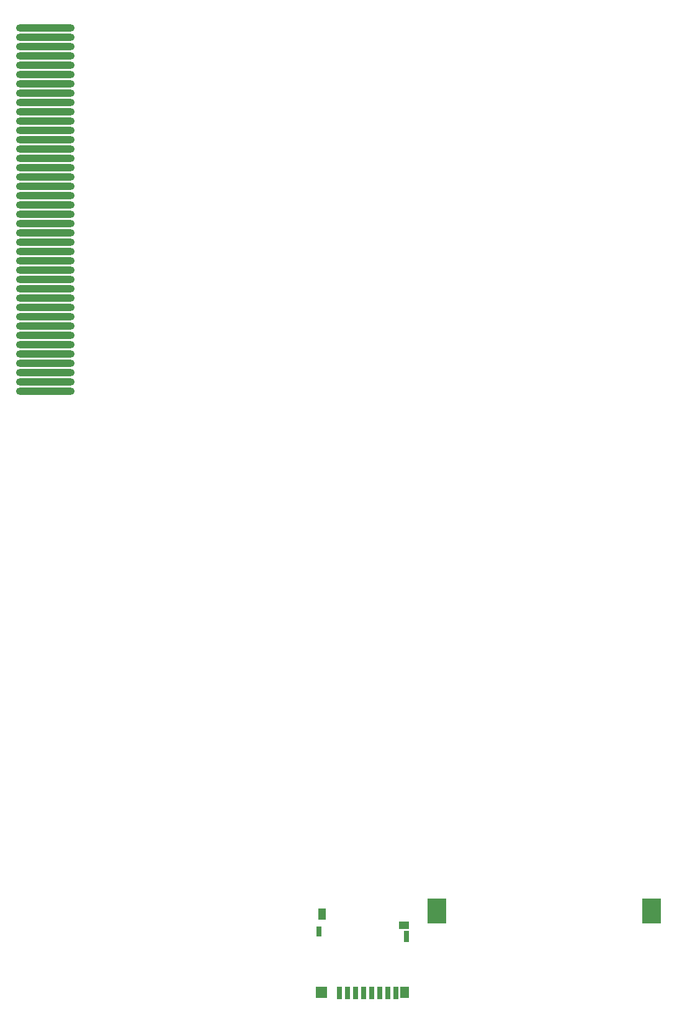
<source format=gbr>
%TF.GenerationSoftware,KiCad,Pcbnew,(5.1.9)-1*%
%TF.CreationDate,2021-07-02T17:33:52-07:00*%
%TF.ProjectId,MAD_P2,4d41445f-5032-42e6-9b69-6361645f7063,rev?*%
%TF.SameCoordinates,Original*%
%TF.FileFunction,Paste,Bot*%
%TF.FilePolarity,Positive*%
%FSLAX46Y46*%
G04 Gerber Fmt 4.6, Leading zero omitted, Abs format (unit mm)*
G04 Created by KiCad (PCBNEW (5.1.9)-1) date 2021-07-02 17:33:52*
%MOMM*%
%LPD*%
G01*
G04 APERTURE LIST*
%ADD10R,2.540000X3.510000*%
%ADD11O,8.000000X1.000000*%
%ADD12R,0.700000X1.750000*%
%ADD13R,1.300000X1.500000*%
%ADD14R,0.800000X1.500000*%
%ADD15R,1.450000X1.000000*%
%ADD16R,0.800000X1.400000*%
%ADD17R,1.500000X1.500000*%
%ADD18R,1.000000X1.550000*%
G04 APERTURE END LIST*
D10*
%TO.C,BT1*%
X479627000Y-148717000D03*
X450267000Y-148717000D03*
%TD*%
D11*
%TO.C,J6*%
X396900000Y-28295600D03*
X396900000Y-29565600D03*
X396900000Y-30835600D03*
X396900000Y-32105600D03*
X396900000Y-33375600D03*
X396900000Y-34645600D03*
X396900000Y-35915600D03*
X396900000Y-37185600D03*
X396900000Y-38455600D03*
X396900000Y-39725600D03*
X396900000Y-40995600D03*
X396900000Y-42265600D03*
X396900000Y-43535600D03*
X396900000Y-44805600D03*
X396900000Y-46075600D03*
X396900000Y-47345600D03*
X396900000Y-48615600D03*
X396900000Y-49885600D03*
X396900000Y-51155600D03*
X396900000Y-52425600D03*
X396900000Y-53695600D03*
X396900000Y-54965600D03*
X396900000Y-56235600D03*
X396900000Y-57505600D03*
X396900000Y-58775600D03*
X396900000Y-60045600D03*
X396900000Y-61315600D03*
X396900000Y-62585600D03*
X396900000Y-63855600D03*
X396900000Y-65125600D03*
X396900000Y-66395600D03*
X396900000Y-67665600D03*
X396900000Y-68935600D03*
X396900000Y-70205600D03*
X396900000Y-71475600D03*
X396900000Y-72745600D03*
X396900000Y-74015600D03*
X396900000Y-75285600D03*
X396900000Y-76555600D03*
X396900000Y-77825600D03*
%TD*%
D12*
%TO.C,J32*%
X444722000Y-159909000D03*
D13*
X445922000Y-159784000D03*
D14*
X446172000Y-152184000D03*
D15*
X445847000Y-150684000D03*
D16*
X434222000Y-151534000D03*
D12*
X443622000Y-159909000D03*
X442522000Y-159909000D03*
X441422000Y-159909000D03*
X440322000Y-159909000D03*
X439222000Y-159909000D03*
X438122000Y-159909000D03*
X437022000Y-159909000D03*
D17*
X434572000Y-159784000D03*
D18*
X434622000Y-149109000D03*
%TD*%
M02*

</source>
